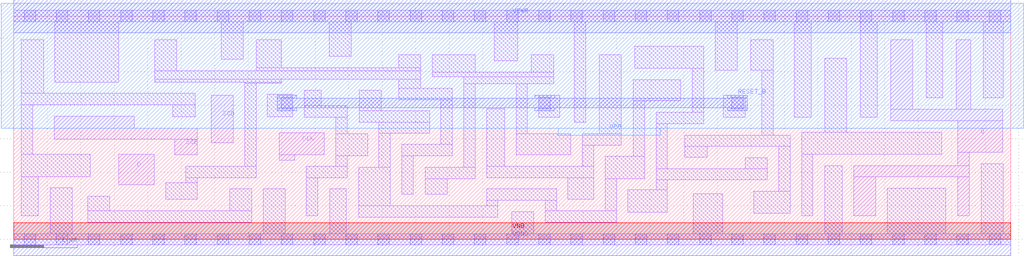
<source format=lef>
# Copyright 2020 The SkyWater PDK Authors
#
# Licensed under the Apache License, Version 2.0 (the "License");
# you may not use this file except in compliance with the License.
# You may obtain a copy of the License at
#
#     https://www.apache.org/licenses/LICENSE-2.0
#
# Unless required by applicable law or agreed to in writing, software
# distributed under the License is distributed on an "AS IS" BASIS,
# WITHOUT WARRANTIES OR CONDITIONS OF ANY KIND, either express or implied.
# See the License for the specific language governing permissions and
# limitations under the License.
#
# SPDX-License-Identifier: Apache-2.0

VERSION 5.7 ;
  NOWIREEXTENSIONATPIN ON ;
  DIVIDERCHAR "/" ;
  BUSBITCHARS "[]" ;
MACRO sky130_fd_sc_hs__sdfrtp_4
  CLASS CORE ;
  FOREIGN sky130_fd_sc_hs__sdfrtp_4 ;
  ORIGIN  0.000000  0.000000 ;
  SIZE  14.88000 BY  3.330000 ;
  SYMMETRY X Y R90 ;
  SITE unit ;
  PIN D
    ANTENNAGATEAREA  0.159000 ;
    DIRECTION INPUT ;
    USE SIGNAL ;
    PORT
      LAYER li1 ;
        RECT 1.565000 0.810000 2.100000 1.265000 ;
    END
  END D
  PIN Q
    ANTENNADIFFAREA  1.086400 ;
    DIRECTION OUTPUT ;
    USE SIGNAL ;
    PORT
      LAYER li1 ;
        RECT 12.535000 0.350000 12.865000 0.930000 ;
        RECT 12.535000 0.930000 14.255000 1.100000 ;
        RECT 13.085000 1.770000 14.755000 1.940000 ;
        RECT 13.085000 1.940000 13.415000 2.980000 ;
        RECT 14.065000 1.940000 14.280000 2.980000 ;
        RECT 14.085000 0.350000 14.255000 0.930000 ;
        RECT 14.085000 1.100000 14.255000 1.300000 ;
        RECT 14.085000 1.300000 14.755000 1.770000 ;
    END
  END Q
  PIN RESET_B
    ANTENNAGATEAREA  0.411000 ;
    DIRECTION INPUT ;
    USE SIGNAL ;
    PORT
      LAYER met1 ;
        RECT  3.935000 1.920000  4.225000 1.965000 ;
        RECT  3.935000 1.965000 10.945000 2.105000 ;
        RECT  3.935000 2.105000  4.225000 2.150000 ;
        RECT  7.775000 1.920000  8.065000 1.965000 ;
        RECT  7.775000 2.105000  8.065000 2.150000 ;
        RECT 10.655000 1.920000 10.945000 1.965000 ;
        RECT 10.655000 2.105000 10.945000 2.150000 ;
    END
  END RESET_B
  PIN SCD
    ANTENNAGATEAREA  0.159000 ;
    DIRECTION INPUT ;
    USE SIGNAL ;
    PORT
      LAYER li1 ;
        RECT 2.945000 1.440000 3.275000 2.150000 ;
    END
  END SCD
  PIN SCE
    ANTENNAGATEAREA  0.318000 ;
    DIRECTION INPUT ;
    USE SIGNAL ;
    PORT
      LAYER li1 ;
        RECT 0.605000 1.490000 2.735000 1.660000 ;
        RECT 0.605000 1.660000 1.795000 1.835000 ;
        RECT 2.405000 1.260000 2.735000 1.490000 ;
    END
  END SCE
  PIN CLK
    ANTENNAGATEAREA  0.279000 ;
    DIRECTION INPUT ;
    USE CLOCK ;
    PORT
      LAYER li1 ;
        RECT 3.965000 1.180000 4.195000 1.260000 ;
        RECT 3.965000 1.260000 4.635000 1.590000 ;
    END
  END CLK
  PIN VGND
    DIRECTION INOUT ;
    USE GROUND ;
    PORT
      LAYER met1 ;
        RECT 0.000000 -0.245000 14.880000 0.245000 ;
    END
  END VGND
  PIN VNB
    DIRECTION INOUT ;
    USE GROUND ;
    PORT
      LAYER pwell ;
        RECT 0.000000 0.000000 14.880000 0.245000 ;
    END
  END VNB
  PIN VPB
    DIRECTION INOUT ;
    USE POWER ;
    PORT
      LAYER nwell ;
        RECT -0.190000 1.660000 15.070000 3.520000 ;
        RECT  8.125000 1.555000  9.645000 1.660000 ;
    END
  END VPB
  PIN VPWR
    DIRECTION INOUT ;
    USE POWER ;
    PORT
      LAYER met1 ;
        RECT 0.000000 3.085000 14.880000 3.575000 ;
    END
  END VPWR
  OBS
    LAYER li1 ;
      RECT  0.000000 -0.085000 14.880000 0.085000 ;
      RECT  0.000000  3.245000 14.880000 3.415000 ;
      RECT  0.115000  0.350000  0.365000 0.935000 ;
      RECT  0.115000  0.935000  1.140000 1.265000 ;
      RECT  0.115000  1.265000  0.285000 2.005000 ;
      RECT  0.115000  2.005000  2.705000 2.175000 ;
      RECT  0.115000  2.175000  0.445000 2.980000 ;
      RECT  0.545000  0.085000  0.875000 0.765000 ;
      RECT  0.615000  2.345000  1.565000 3.245000 ;
      RECT  1.105000  0.255000  3.555000 0.425000 ;
      RECT  1.105000  0.425000  1.435000 0.640000 ;
      RECT  2.105000  2.345000  3.995000 2.390000 ;
      RECT  2.105000  2.390000  6.075000 2.515000 ;
      RECT  2.105000  2.515000  2.435000 2.980000 ;
      RECT  2.270000  0.595000  2.735000 0.845000 ;
      RECT  2.375000  1.830000  2.705000 2.005000 ;
      RECT  2.565000  0.845000  2.735000 0.920000 ;
      RECT  2.565000  0.920000  3.615000 1.090000 ;
      RECT  3.095000  2.685000  3.425000 3.245000 ;
      RECT  3.225000  0.425000  3.555000 0.750000 ;
      RECT  3.445000  1.090000  3.615000 2.330000 ;
      RECT  3.445000  2.330000  3.995000 2.345000 ;
      RECT  3.615000  2.515000  6.075000 2.560000 ;
      RECT  3.615000  2.560000  3.995000 2.980000 ;
      RECT  3.725000  0.085000  4.055000 0.750000 ;
      RECT  3.785000  1.830000  4.165000 2.160000 ;
      RECT  4.335000  1.820000  4.975000 1.990000 ;
      RECT  4.335000  1.990000  4.585000 2.220000 ;
      RECT  4.365000  0.350000  4.535000 0.920000 ;
      RECT  4.365000  0.920000  4.975000 1.090000 ;
      RECT  4.705000  2.730000  5.035000 3.245000 ;
      RECT  4.715000  0.085000  4.965000 0.750000 ;
      RECT  4.805000  1.090000  4.975000 1.245000 ;
      RECT  4.805000  1.245000  5.280000 1.575000 ;
      RECT  4.805000  1.575000  4.975000 1.820000 ;
      RECT  5.145000  0.330000  7.225000 0.500000 ;
      RECT  5.145000  0.500000  5.620000 1.075000 ;
      RECT  5.155000  1.745000  6.205000 1.915000 ;
      RECT  5.155000  1.915000  5.485000 2.220000 ;
      RECT  5.450000  1.075000  5.620000 1.585000 ;
      RECT  5.450000  1.585000  6.205000 1.745000 ;
      RECT  5.745000  2.085000  6.545000 2.255000 ;
      RECT  5.745000  2.255000  6.075000 2.390000 ;
      RECT  5.745000  2.560000  6.075000 2.755000 ;
      RECT  5.790000  0.670000  5.960000 1.245000 ;
      RECT  5.790000  1.245000  6.545000 1.415000 ;
      RECT  6.140000  0.670000  6.470000 0.905000 ;
      RECT  6.140000  0.905000  6.885000 1.075000 ;
      RECT  6.245000  2.425000  8.055000 2.490000 ;
      RECT  6.245000  2.490000  6.885000 2.755000 ;
      RECT  6.375000  1.415000  6.545000 2.085000 ;
      RECT  6.715000  1.075000  6.885000 2.320000 ;
      RECT  6.715000  2.320000  8.055000 2.425000 ;
      RECT  7.055000  0.500000  7.225000 0.580000 ;
      RECT  7.055000  0.580000  8.100000 0.750000 ;
      RECT  7.055000  0.920000  8.655000 1.090000 ;
      RECT  7.055000  1.090000  7.325000 1.945000 ;
      RECT  7.170000  2.660000  7.520000 3.245000 ;
      RECT  7.430000  0.085000  7.760000 0.410000 ;
      RECT  7.495000  1.260000  8.315000 1.575000 ;
      RECT  7.495000  1.575000  7.665000 2.320000 ;
      RECT  7.725000  2.490000  8.055000 2.755000 ;
      RECT  7.835000  1.820000  8.145000 2.150000 ;
      RECT  7.930000  0.255000  8.995000 0.425000 ;
      RECT  7.930000  0.425000  8.100000 0.580000 ;
      RECT  8.270000  0.595000  8.655000 0.920000 ;
      RECT  8.365000  1.745000  8.535000 3.245000 ;
      RECT  8.485000  1.090000  8.655000 1.405000 ;
      RECT  8.485000  1.405000  9.065000 1.575000 ;
      RECT  8.735000  1.575000  9.065000 2.755000 ;
      RECT  8.825000  0.425000  8.995000 0.905000 ;
      RECT  8.825000  0.905000  9.415000 1.235000 ;
      RECT  9.165000  0.405000  9.755000 0.735000 ;
      RECT  9.245000  1.235000  9.415000 2.065000 ;
      RECT  9.245000  2.065000  9.955000 2.380000 ;
      RECT  9.270000  2.550000 10.295000 2.880000 ;
      RECT  9.585000  0.735000  9.755000 0.885000 ;
      RECT  9.585000  0.885000 11.245000 1.055000 ;
      RECT  9.585000  1.055000  9.755000 1.725000 ;
      RECT  9.585000  1.725000 10.295000 1.895000 ;
      RECT 10.015000  1.225000 10.345000 1.385000 ;
      RECT 10.015000  1.385000 11.585000 1.555000 ;
      RECT 10.125000  1.895000 10.295000 2.550000 ;
      RECT 10.140000  0.085000 10.580000 0.680000 ;
      RECT 10.465000  2.520000 10.795000 3.245000 ;
      RECT 10.585000  1.820000 10.915000 2.150000 ;
      RECT 10.915000  1.055000 11.245000 1.215000 ;
      RECT 11.000000  2.520000 11.330000 2.980000 ;
      RECT 11.040000  0.385000 11.585000 0.715000 ;
      RECT 11.160000  1.555000 11.330000 2.520000 ;
      RECT 11.415000  0.715000 11.585000 1.385000 ;
      RECT 11.650000  1.820000 11.900000 3.245000 ;
      RECT 11.755000  0.350000 11.925000 1.270000 ;
      RECT 11.755000  1.270000 13.850000 1.600000 ;
      RECT 12.100000  1.600000 12.430000 2.700000 ;
      RECT 12.105000  0.085000 12.365000 1.100000 ;
      RECT 12.635000  1.820000 12.885000 3.245000 ;
      RECT 13.035000  0.085000 13.905000 0.760000 ;
      RECT 13.615000  2.110000 13.865000 3.245000 ;
      RECT 14.435000  0.085000 14.765000 1.130000 ;
      RECT 14.470000  2.110000 14.765000 3.245000 ;
    LAYER mcon ;
      RECT  0.155000 -0.085000  0.325000 0.085000 ;
      RECT  0.155000  3.245000  0.325000 3.415000 ;
      RECT  0.635000 -0.085000  0.805000 0.085000 ;
      RECT  0.635000  3.245000  0.805000 3.415000 ;
      RECT  1.115000 -0.085000  1.285000 0.085000 ;
      RECT  1.115000  3.245000  1.285000 3.415000 ;
      RECT  1.595000 -0.085000  1.765000 0.085000 ;
      RECT  1.595000  3.245000  1.765000 3.415000 ;
      RECT  2.075000 -0.085000  2.245000 0.085000 ;
      RECT  2.075000  3.245000  2.245000 3.415000 ;
      RECT  2.555000 -0.085000  2.725000 0.085000 ;
      RECT  2.555000  3.245000  2.725000 3.415000 ;
      RECT  3.035000 -0.085000  3.205000 0.085000 ;
      RECT  3.035000  3.245000  3.205000 3.415000 ;
      RECT  3.515000 -0.085000  3.685000 0.085000 ;
      RECT  3.515000  3.245000  3.685000 3.415000 ;
      RECT  3.995000 -0.085000  4.165000 0.085000 ;
      RECT  3.995000  1.950000  4.165000 2.120000 ;
      RECT  3.995000  3.245000  4.165000 3.415000 ;
      RECT  4.475000 -0.085000  4.645000 0.085000 ;
      RECT  4.475000  3.245000  4.645000 3.415000 ;
      RECT  4.955000 -0.085000  5.125000 0.085000 ;
      RECT  4.955000  3.245000  5.125000 3.415000 ;
      RECT  5.435000 -0.085000  5.605000 0.085000 ;
      RECT  5.435000  3.245000  5.605000 3.415000 ;
      RECT  5.915000 -0.085000  6.085000 0.085000 ;
      RECT  5.915000  3.245000  6.085000 3.415000 ;
      RECT  6.395000 -0.085000  6.565000 0.085000 ;
      RECT  6.395000  3.245000  6.565000 3.415000 ;
      RECT  6.875000 -0.085000  7.045000 0.085000 ;
      RECT  6.875000  3.245000  7.045000 3.415000 ;
      RECT  7.355000 -0.085000  7.525000 0.085000 ;
      RECT  7.355000  3.245000  7.525000 3.415000 ;
      RECT  7.835000 -0.085000  8.005000 0.085000 ;
      RECT  7.835000  1.950000  8.005000 2.120000 ;
      RECT  7.835000  3.245000  8.005000 3.415000 ;
      RECT  8.315000 -0.085000  8.485000 0.085000 ;
      RECT  8.315000  3.245000  8.485000 3.415000 ;
      RECT  8.795000 -0.085000  8.965000 0.085000 ;
      RECT  8.795000  3.245000  8.965000 3.415000 ;
      RECT  9.275000 -0.085000  9.445000 0.085000 ;
      RECT  9.275000  3.245000  9.445000 3.415000 ;
      RECT  9.755000 -0.085000  9.925000 0.085000 ;
      RECT  9.755000  3.245000  9.925000 3.415000 ;
      RECT 10.235000 -0.085000 10.405000 0.085000 ;
      RECT 10.235000  3.245000 10.405000 3.415000 ;
      RECT 10.715000 -0.085000 10.885000 0.085000 ;
      RECT 10.715000  1.950000 10.885000 2.120000 ;
      RECT 10.715000  3.245000 10.885000 3.415000 ;
      RECT 11.195000 -0.085000 11.365000 0.085000 ;
      RECT 11.195000  3.245000 11.365000 3.415000 ;
      RECT 11.675000 -0.085000 11.845000 0.085000 ;
      RECT 11.675000  3.245000 11.845000 3.415000 ;
      RECT 12.155000 -0.085000 12.325000 0.085000 ;
      RECT 12.155000  3.245000 12.325000 3.415000 ;
      RECT 12.635000 -0.085000 12.805000 0.085000 ;
      RECT 12.635000  3.245000 12.805000 3.415000 ;
      RECT 13.115000 -0.085000 13.285000 0.085000 ;
      RECT 13.115000  3.245000 13.285000 3.415000 ;
      RECT 13.595000 -0.085000 13.765000 0.085000 ;
      RECT 13.595000  3.245000 13.765000 3.415000 ;
      RECT 14.075000 -0.085000 14.245000 0.085000 ;
      RECT 14.075000  3.245000 14.245000 3.415000 ;
      RECT 14.555000 -0.085000 14.725000 0.085000 ;
      RECT 14.555000  3.245000 14.725000 3.415000 ;
  END
END sky130_fd_sc_hs__sdfrtp_4
END LIBRARY

</source>
